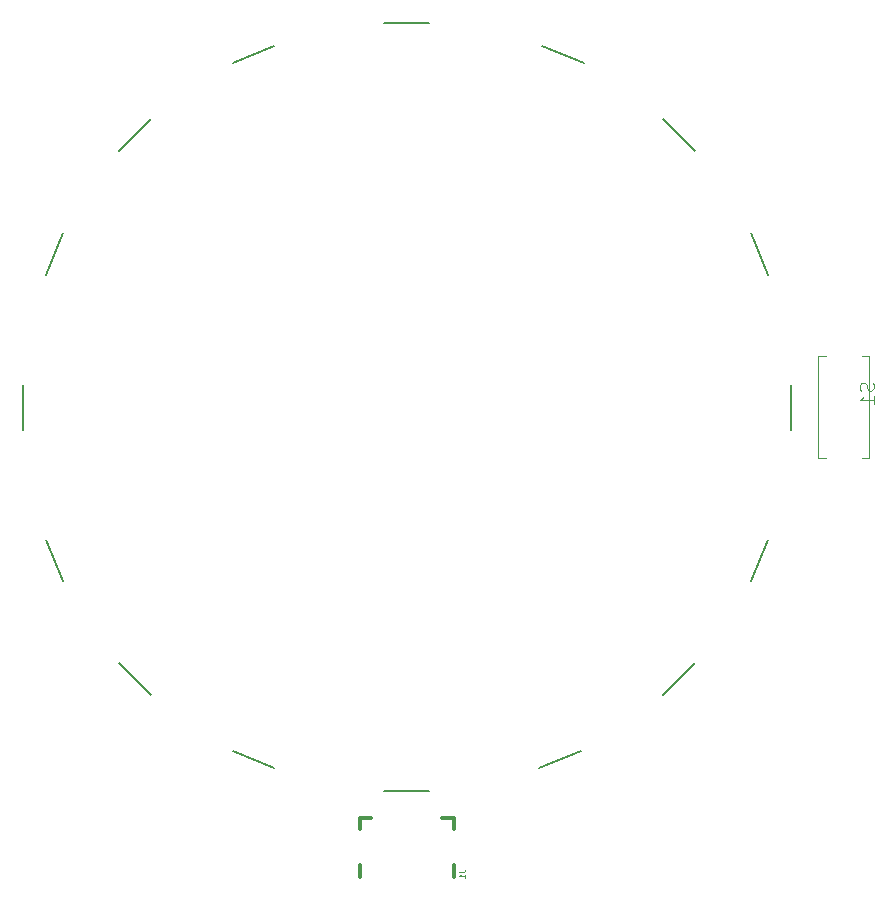
<source format=gbr>
%TF.GenerationSoftware,KiCad,Pcbnew,(6.0.4-0)*%
%TF.CreationDate,2022-11-18T01:13:13+01:00*%
%TF.ProjectId,iO_Atletehe_rev1,694f5f41-746c-4657-9465-68655f726576,rev?*%
%TF.SameCoordinates,Original*%
%TF.FileFunction,Legend,Bot*%
%TF.FilePolarity,Positive*%
%FSLAX46Y46*%
G04 Gerber Fmt 4.6, Leading zero omitted, Abs format (unit mm)*
G04 Created by KiCad (PCBNEW (6.0.4-0)) date 2022-11-18 01:13:13*
%MOMM*%
%LPD*%
G01*
G04 APERTURE LIST*
%ADD10C,0.097536*%
%ADD11C,0.093472*%
%ADD12C,0.203200*%
%ADD13C,0.304800*%
%ADD14C,0.100000*%
G04 APERTURE END LIST*
D10*
%TO.C,J1*%
X152919684Y-144355222D02*
X153285444Y-144355222D01*
X153358596Y-144330838D01*
X153407364Y-144282070D01*
X153431748Y-144208918D01*
X153431748Y-144160150D01*
X153431748Y-144867286D02*
X153431748Y-144574678D01*
X153431748Y-144720982D02*
X152919684Y-144720982D01*
X152992836Y-144672214D01*
X153041604Y-144623446D01*
X153065988Y-144574678D01*
D11*
%TO.C,S1*%
X187977313Y-102925938D02*
X188033338Y-103094013D01*
X188033338Y-103374139D01*
X187977313Y-103486189D01*
X187921288Y-103542214D01*
X187809238Y-103598239D01*
X187697188Y-103598239D01*
X187585137Y-103542214D01*
X187529112Y-103486189D01*
X187473087Y-103374139D01*
X187417062Y-103150038D01*
X187361037Y-103037988D01*
X187305012Y-102981963D01*
X187192961Y-102925938D01*
X187080911Y-102925938D01*
X186968861Y-102981963D01*
X186912836Y-103037988D01*
X186856810Y-103150038D01*
X186856810Y-103430164D01*
X186912836Y-103598239D01*
X188033338Y-104718742D02*
X188033338Y-104046440D01*
X188033338Y-104382591D02*
X186856810Y-104382591D01*
X187024886Y-104270541D01*
X187136936Y-104158491D01*
X187192961Y-104046440D01*
D12*
%TO.C,D6*%
X181041100Y-106908600D02*
X181041100Y-103098600D01*
%TO.C,D8*%
X170200113Y-129396690D02*
X172894190Y-126702613D01*
%TO.C,D11*%
X133769094Y-134121242D02*
X137289075Y-135579266D01*
%TO.C,D12*%
X124108010Y-126702613D02*
X126802087Y-129396690D01*
%TO.C,D16*%
X126802087Y-80610510D02*
X124108010Y-83304587D01*
%TO.C,D7*%
X177618742Y-119735606D02*
X179076766Y-116215625D01*
%TO.C,D13*%
X117925434Y-116215625D02*
X119383458Y-119735606D01*
%TO.C,D17*%
X137289075Y-74427934D02*
X133769094Y-75885958D01*
%TO.C,D14*%
X115961100Y-103098600D02*
X115961100Y-106908600D01*
%TO.C,D15*%
X119383458Y-90271594D02*
X117925434Y-93791575D01*
%TO.C,D3*%
X163483106Y-75885958D02*
X159963125Y-74427934D01*
%TO.C,D10*%
X146596100Y-137543600D02*
X150406100Y-137543600D01*
%TO.C,D4*%
X172894190Y-83304587D02*
X170200113Y-80610510D01*
%TO.C,D9*%
X159713125Y-135579266D02*
X163233106Y-134121242D01*
%TO.C,D5*%
X179076766Y-93791575D02*
X177618742Y-90271594D01*
%TO.C,D2*%
X150406100Y-72463600D02*
X146596100Y-72463600D01*
D13*
%TO.C,J1*%
X144501100Y-140753600D02*
X144501100Y-139753600D01*
X152493981Y-140753600D02*
X152501100Y-140753600D01*
X144501100Y-143753600D02*
X144501100Y-144753600D01*
X152493981Y-139771641D02*
X152493981Y-140753600D01*
X152501100Y-139753600D02*
X151501100Y-139753600D01*
X152501100Y-143753600D02*
X152501100Y-144753600D01*
X144501100Y-139753600D02*
X145501100Y-139753600D01*
D14*
%TO.C,S1*%
X187651100Y-109303600D02*
X187001100Y-109303600D01*
X187651100Y-100703600D02*
X187651100Y-109303600D01*
X184001100Y-100703600D02*
X183351100Y-100703600D01*
X183351100Y-109303600D02*
X184001100Y-109303600D01*
X187001100Y-100703600D02*
X187651100Y-100703600D01*
X183351100Y-100703600D02*
X183351100Y-109303600D01*
%TD*%
M02*

</source>
